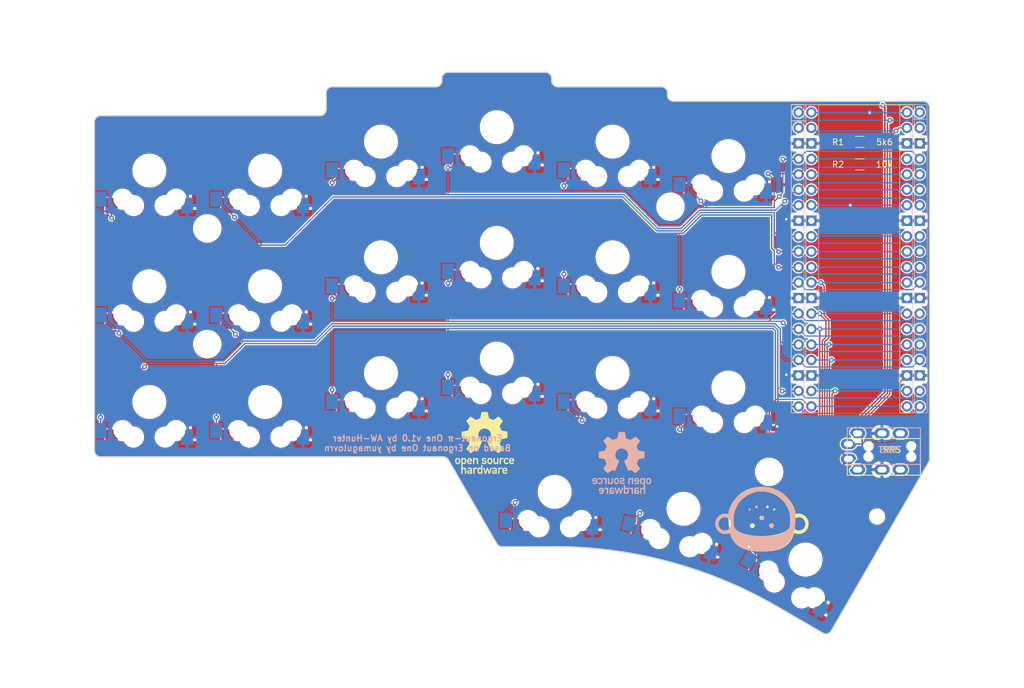
<source format=kicad_pcb>
(kicad_pcb (version 20240108) (generator "pcbnew") (generator_version "8.0")
  (layers (0 "F.Cu" signal) (31 "B.Cu" signal) (34 "B.Paste" user) (35 "F.Paste" user) (36 "B.SilkS" user "B.Silkscreen") (37 "F.SilkS" user "F.Silkscreen") (38 "B.Mask" user) (39 "F.Mask" user) (44 "Edge.Cuts" user))
  (net 0 "")
  (net 1 "RX")
  (net 2 "Net-(D1-A)")
  (net 3 "Net-(D2-A)")
  (net 4 "Net-(D3-A)")
  (net 5 "Net-(D4-A)")
  (net 6 "Net-(D5-A)")
  (net 7 "Net-(D6-A)")
  (net 8 "TX")
  (net 9 "Net-(D7-A)")
  (net 10 "Net-(D8-A)")
  (net 11 "Net-(D9-A)")
  (net 12 "Net-(D10-A)")
  (net 13 "Net-(D11-A)")
  (net 14 "Net-(D12-A)")
  (net 15 "VCC")
  (net 16 "Net-(D13-A)")
  (net 17 "Net-(D14-A)")
  (net 18 "Net-(D15-A)")
  (net 19 "Net-(D16-A)")
  (net 20 "Net-(D17-A)")
  (net 21 "Net-(D18-A)")
  (net 22 "Net-(D19-A)")
  (net 23 "Net-(D20-A)")
  (net 24 "GND")
  (net 25 "VBUS")
  (net 26 "VBUS_SENSE")
  (net 27 "Net-(D21-A)")
  (footprint "one:KS-27_KS-33_Hotswap_1U_DUAL" (layer "F.Cu") (at 192.153537 130.867912 -30)
    (property "Reference" "SW21")
    (property "Value" "SW_SPST" (hide yes))
  )
  (footprint "one:KS-27_KS-33_Hotswap_1U_DUAL" (layer "F.Cu") (at 122.5 81.24097)
    (property "Reference" "SW9")
    (property "Value" "SW_SPST" (hide yes))
  )
  (footprint "one:Hole_4.2mm" (layer "F.Cu") (at 94 95.49097)
    (property "Reference" "H2" (hide yes))
    (property "Value" "MountingHole" (hide yes))
  )
  (footprint "one:Hole_4.2mm" (layer "F.Cu") (at 94 76.49097)
    (property "Reference" "H1" (hide yes))
    (property "Value" "MountingHole" (hide yes))
  )
  (footprint "Resistor_SMD:R_1206_3216Metric_Pad1.30x1.75mm_HandSolder" (layer "F.Cu") (at 201.05 65.99097)
    (property "Reference" "R2")
    (property "Value" "10k")
  )
  (footprint "one:KS-27_KS-33_Hotswap_1U_DUAL" (layer "F.Cu") (at 172.135076 122.523186 -15)
    (property "Reference" "SW20")
    (property "Value" "SW_SPST" (hide yes))
  )
  (footprint "one:KS-27_KS-33_Hotswap_1U_DUAL" (layer "F.Cu") (at 103.5 66.99097)
    (property "Reference" "SW2")
    (property "Value" "SW_SPST" (hide yes))
  )
  (footprint "one:Hole_4.2mm" (layer "F.Cu") (at 186.182152 116.463137)
    (property "Reference" "H4" (hide yes))
    (property "Value" "MountingHole" (hide yes))
  )
  (footprint "one:KS-27_KS-33_Hotswap_1U_DUAL" (layer "F.Cu") (at 84.5 85.99097)
    (property "Reference" "SW7")
    (property "Value" "SW_SPST" (hide yes))
  )
  (footprint "one:KS-27_KS-33_Hotswap_1U_DUAL" (layer "F.Cu") (at 160.5 62.24097)
    (property "Reference" "SW5")
    (property "Value" "SW_SPST" (hide yes))
  )
  (footprint "one:KS-27_KS-33_Hotswap_1U_DUAL" (layer "F.Cu") (at 122.5 100.24097)
    (property "Reference" "SW15")
    (property "Value" "SW_SPST" (hide yes))
  )
  (footprint "Resistor_SMD:R_1206_3216Metric_Pad1.30x1.75mm_HandSolder" (layer "F.Cu") (at 201.05 62.28257 180)
    (property "Reference" "R1")
    (property "Value" "5k6")
  )
  (footprint "one:en_logo" (layer "F.Cu") (at 185 123.99097)
    (property "Reference" "G***" (hide yes))
    (property "Value" "LOGO" (hide yes))
  )
  (footprint "one:KS-27_KS-33_Hotswap_1U_DUAL" (layer "F.Cu") (at 179.5 83.61597)
    (property "Reference" "SW12")
    (property "Value" "SW_SPST" (hide yes))
  )
  (footprint "one:Hole_2.2mm" (layer "F.Cu") (at 203.89201 123.788716)
    (property "Reference" "H8" (hide yes))
    (property "Value" "StandoffHole" (hide yes))
  )
  (footprint "one:KS-27_KS-33_Hotswap_1U_DUAL" (layer "F.Cu") (at 179.5 64.61597)
    (property "Reference" "SW6")
    (property "Value" "SW_SPST" (hide yes))
  )
  (footprint "one:KS-27_KS-33_Hotswap_1U_DUAL" (layer "F.Cu") (at 160.5 100.24097)
    (property "Reference" "SW17")
    (property "Value" "SW_SPST" (hide yes))
  )
  (footprint "one:KS-27_KS-33_Hotswap_1U_DUAL" (layer "F.Cu") (at 160.5 81.24097)
    (property "Reference" "SW11")
    (property "Value" "SW_SPST" (hide yes))
  )
  (footprint "RPi_Pico:RPi_Pico_SMD_TH" (layer "F.Cu") (at 200.01 81.669446)
    (property "Reference" "U2" (hide yes))
    (property "Value" "Pico")
  )
  (footprint "one:KS-27_KS-33_Hotswap_1U_DUAL" (layer "F.Cu") (at 122.5 62.24097)
    (property "Reference" "SW3")
    (property "Value" "SW_SPST" (hide yes))
  )
  (footprint "one:KS-27_KS-33_Hotswap_1U_DUAL" (layer "F.Cu") (at 179.5 102.61597)
    (property "Reference" "SW18")
    (property "Value" "SW_SPST" (hide yes))
  )
  (footprint "one:KS-27_KS-33_Hotswap_1U_DUAL" (layer "F.Cu") (at 103.5 85.99097)
    (property "Reference" "SW8")
    (property "Value" "SW_SPST" (hide yes))
  )
  (footprint "one:KS-27_KS-33_Hotswap_1U_DUAL" (layer "F.Cu") (at 141.5 59.86597)
    (property "Reference" "SW4")
    (property "Value" "SW_SPST" (hide yes))
  )
  (footprint "one:KS-27_KS-33_Hotswap_1U_DUAL" (layer "F.Cu") (at 151 119.7407)
    (property "Reference" "SW19")
    (property "Value" "SW_SPST" (hide yes))
  )
  (footprint "one:KS-27_KS-33_Hotswap_1U_DUAL" (layer "F.Cu") (at 84.5 66.99097)
    (property "Reference" "SW1")
    (property "Value" "SW_SPST" (hide yes))
  )
  (footprint "one:KS-27_KS-33_Hotswap_1U_DUAL" (layer "F.Cu") (at 141.5 97.86597)
    (property "Reference" "SW16")
    (property "Value" "SW_SPST" (hide yes))
  )
  (footprint "one:KS-27_KS-33_Hotswap_1U_DUAL" (layer "F.Cu") (at 103.5 104.99097)
    (property "Reference" "SW14")
    (property "Value" "SW_SPST" (hide yes))
  )
  (footprint "one:Hole_4.2mm" (layer "F.Cu") (at 170 72.92847)
    (property "Reference" "H3" (hide yes))
    (property "Value" "MountingHole" (hide yes))
  )
  (footprint "one:OSHW-logo" (layer "F.Cu") (at 139.5 111.708013)
    (property "Reference" "G***" (hide yes))
    (property "Value" "LOGO" (hide yes))
  )
  (footprint "one:KS-27_KS-33_Hotswap_1U_DUAL" (layer "F.Cu") (at 84.5 104.99097)
    (property "Reference" "SW13")
    (property "Value" "SW_SPST" (hide yes))
  )
  (footprint "one:KS-27_KS-33_Hotswap_1U_DUAL" (layer "F.Cu") (at 141.5 78.86597)
    (property "Reference" "SW10")
    (property "Value" "SW_SPST" (hide yes))
  )
  (footprint "Cantor_MX:MJ-4PP-9_Cantor_MX_TX-RX_Crossover" (layer "F.Cu") (at 211 113.99097 -90)
    (property "Reference" "J1" (hide yes))
    (property "Value" "TRRS" (hide yes))
  )
  (footprint "one:OSHW-logo" (layer "B.Cu") (at 162 114.99097 180)
    (property "Reference" "G***" (hide yes))
    (property "Value" "LOGO" (hide yes))
  )
  (gr_arc (start 113.5 54.240978) (mid 113.79289 53.533866) (end 114.5 53.240978) (stroke (width 0.2)) (layer "Edge.Cuts"))
  (gr_arc (start 211.495745 55.61248) (mid 212.20286 55.905372) (end 212.495745 56.61248) (stroke (width 0.2)) (layer "Edge.Cuts"))
  (gr_arc (start 132.695564 113.990978) (mid 133.195576 114.12494) (end 133.56159 114.490978) (stroke (width 0.2)) (layer "Edge.Cuts"))
  (gr_line (start 132.695564 113.990978) (end 76.5 113.990978) (stroke (width 0.2)) (layer "Edge.Cuts"))
  (gr_arc (start 151 128.740708) (mid 169.805705 131.216526) (end 187.329832 138.475257) (stroke (width 0.2)) (layer "Edge.Cuts"))
  (gr_arc (start 132.5 51.865978) (mid 132.79289 51.158866) (end 133.5 50.865978) (stroke (width 0.2)) (layer "Edge.Cuts"))
  (gr_line (start 212.5 56.615978) (end 212.5 114.343349) (stroke (width 0.2)) (layer "Edge.Cuts"))
  (gr_line (start 151.5 53.240978) (end 168.5 53.240978) (stroke (width 0.2)) (layer "Edge.Cuts"))
  (gr_arc (start 196.361372 142.558429) (mid 195.754181 143.024391) (end 194.995346 142.924454) (stroke (width 0.2)) (layer "Edge.Cuts"))
  (gr_line (start 141.5 128.240708) (end 133.56159 114.490978) (stroke (width 0.2)) (layer "Edge.Cuts"))
  (gr_line (start 194.995346 142.924454) (end 187.329832 138.475257) (stroke (width 0.2)) (layer "Edge.Cuts"))
  (gr_line (start 114.5 53.240978) (end 131.5 53.240978) (stroke (width 0.2)) (layer "Edge.Cuts"))
  (gr_line (start 170.5 55.615978) (end 211.5 55.615978) (stroke (width 0.2)) (layer "Edge.Cuts"))
  (gr_arc (start 170.5 55.615978) (mid 169.79289 55.323085) (end 169.5 54.615978) (stroke (width 0.2)) (layer "Edge.Cuts"))
  (gr_arc (start 75.5 58.990978) (mid 75.79289 58.283866) (end 76.5 57.990978) (stroke (width 0.2)) (layer "Edge.Cuts"))
  (gr_line (start 169.5 54.240978) (end 169.5 54.615978) (stroke (width 0.2)) (layer "Edge.Cuts"))
  (gr_line (start 212.364227 114.85394) (end 196.361372 142.558429) (stroke (width 0.2)) (layer "Edge.Cuts"))
  (gr_line (start 132.5 52.240978) (end 132.5 51.865978) (stroke (width 0.2)) (layer "Edge.Cuts"))
  (gr_arc (start 151.5 53.240978) (mid 150.79289 52.948085) (end 150.5 52.240978) (stroke (width 0.2)) (layer "Edge.Cuts"))
  (gr_line (start 75.5 112.990978) (end 75.5 58.990978) (stroke (width 0.2)) (layer "Edge.Cuts"))
  (gr_arc (start 142.366025 128.740708) (mid 141.866012 128.606746) (end 141.5 128.240708) (stroke (width 0.2)) (layer "Edge.Cuts"))
  (gr_line (start 133.5 50.865978) (end 149.5 50.865978) (stroke (width 0.2)) (layer "Edge.Cuts"))
  (gr_arc (start 113.5 56.990978) (mid 113.207104 57.69808) (end 112.5 57.990978) (stroke (width 0.2)) (layer "Edge.Cuts"))
  (gr_arc (start 168.5 53.240978) (mid 169.207104 53.533872) (end 169.5 54.240978) (stroke (width 0.2)) (layer "Edge.Cuts"))
  (gr_arc (start 149.5 50.865978) (mid 150.207104 51.158872) (end 150.5 51.865978) (stroke (width 0.2)) (layer "Edge.Cuts"))
  (gr_arc (start 76.5 113.990978) (mid 75.792894 113.698085) (end 75.5 112.990978) (stroke (width 0.2)) (layer "Edge.Cuts"))
  (gr_line (start 76.5 57.990978) (end 112.5 57.990978) (stroke (width 0.2)) (layer "Edge.Cuts"))
  (gr_line (start 151 128.740708) (end 142.366025 128.740708) (stroke (width 0.2)) (layer "Edge.Cuts"))
  (gr_arc (start 132.5 52.240978) (mid 132.207104 52.94808) (end 131.5 53.240978) (stroke (width 0.2)) (layer "Edge.Cuts"))
  (gr_line (start 150.5 51.865978) (end 150.5 52.240978) (stroke (width 0.2)) (layer "Edge.Cuts"))
  (gr_line (start 113.5 56.990978) (end 113.5 54.240978) (stroke (width 0.2)) (layer "Edge.Cuts"))
  (gr_arc (start 212.499999 114.343349) (mid 212.467284 114.608123) (end 212.365835 114.85487) (stroke (width 0.2)) (layer "Edge.Cuts"))
  (gr_text "TRRS" (at 208.04 113.42097 0) (layer "B.SilkS") (effects (font (size 1 1)) (justify left bottom mirror)))
  (gr_text "Ergonaut-π One v1.0 by AW-Hunter\nBased on Ergonaut One by yumagulovrn" (at 128.5 111.74097 0) (layer "B.SilkS") (effects (font (size 1 1) (thickness 0.2) (bold yes)) (justify mirror)))
  (gr_text "TRRS" (at 204.04 113.42097 -0) (layer "F.SilkS") (effects (font (size 1 1)) (justify left bottom)))
  (segment (start 208.788421 82.85097) (end 208.79 82.852549) (width 0.2) (layer "B.Cu") (net 0))
  (segment (start 193.11 77.77097) (end 208.788421 77.77097) (width 0.2) (layer "B.Cu") (net 0))
  (segment (start 193.11 70.15097) (end 208.788421 70.15097) (width 0.2) (layer "B.Cu") (net 0))
  (segment (start 208.788421 65.07097) (end 208.79 65.072549) (width 0.2) (layer "B.Cu") (net 0))
  (segment (start 193.11 67.61097) (end 208.788421 67.61097) (width 0.2) (layer "B.Cu") (net 0))
  (segment (start 193.11 82.85097) (end 208.788421 82.85097) (width 0.2) (layer "B.Cu") (net 0))
  (segment (start 193.11 80.31097) (end 208.788421 80.31097) (width 0.2) (layer "B.Cu") (net 0))
  (segment (start 193.11 65.07097) (end 208.788421 65.07097) (width 0.2) (layer "B.Cu") (net 0))
  (segment (start 208.788421 80.31097) (end 208.79 80.312549) (width 0.2) (layer "B.Cu") (net 0))
  (segment (start 200.134314 108.99097) (end 199.823654 108.99097) (width 0.2) (layer "F.Cu") (net 1))
  (segment (start 199.823654 108.99097) (end 199.15 109.664624) (width 0.2) (layer "F.Cu") (net 1))
  (segment (start 191.209022 59.41097) (end 191 59.41097) (width 0.25) (layer "F.Cu") (net 1))
  (segment (start 205.6 59.132143) (end 205.6 103.525284) (width 0.2) (layer "F.Cu") (net 1))
  (segment (start 206 58.732143) (end 205.6 59.132143) (width 0.2) (layer "F.Cu") (net 1))
  (segment (start 199.15 111.84097) (end 199.2 111.89097) (width 0.2) (layer "F.Cu") (net 1))
  (segment (start 199.15 109.664624) (end 199.15 111.84097) (width 0.2) (layer "F.Cu") (net 1))
  (segment (start 205.6 103.525284) (end 200.134314 108.99097) (width 0.2) (layer "F.Cu") (net 1))
  (via (at 206 58.732143) (size 0.8) (drill 0.4) (layers "F.Cu" "B.Cu") (net 1))
  (segment (start 202.953858 111.31597) (end 206.525 111.31597) (width 0.25) (layer "B.Cu") (net 1))
  (segment (start 206.525 111.31597) (end 207.7 110.14097) (width 0.25) (layer "B.Cu") (net 1))
  (segment (start 201.471142 111.89097) (end 202.096142 111.26597) (width 0.25) (layer "B.Cu") (net 1))
  (segment (start 202.903858 111.26597) (end 202.953858 111.31597) (width 0.25) (layer "B.Cu") (net 1))
  (segment (start 209.631173 58.732143) (end 210.89 59.99097) (width 0.2) (layer "B.Cu") (net 1))
  (segment (start 202.096142 111.26597) (end 202.903858 111.26597) (width 0.25) (layer "B.Cu") (net 1))
  (segment (start 192.270406 58.732143) (end 209.631173 58.732143) (width 0.2) (layer "B.Cu") (net 1))
  (segment (start 191.01 59.992549) (end 192.270406 58.732143) (width 0.2) (layer "B.Cu") (net 1))
  (segment (start 199.2 111.89097) (end 201.471142 111.89097) (width 0.25) (layer "B.Cu") (net 1))
  (segment (start 171.915685 76.89097) (end 174.915685 73.89097) (width 0.2) (layer "F.Cu") (net 2))
  (segment (start 114.675 71.31597) (end 162.158274 71.31597) (width 0.2) (layer "F.Cu") (net 2))
  (segment (start 78.3 74.79097) (end 82.75 79.24097) (width 0.2) (layer "F.Cu") (net 2))
  (segment (start 187 77.062193) (end 187.749998 77.812191) (width 0.2) (layer "F.Cu") (net 2))
  (segment (start 167.733274 76.89097) (end 171.915685 76.89097) (width 0.2) (layer "F.Cu") (net 2))
  (segment (start 190.970358 77.812191) (end 191.01 77.772549) (width 0.2) (layer "F.Cu") (net 2))
  (segment (start 174.915685 73.89097) (end 187 73.89097) (width 0.2) (layer "F.Cu") (net 2))
  (segment (start 106.75 79.24097) (end 114.675 71.31597) (width 0.2) (layer "F.Cu") (net 2))
  (segment (start 82.75 79.24097) (end 106.75 79.24097) (width 0.2) (layer "F.Cu") (net 2))
  (segment (start 187 73.89097) (end 187 77.062193) (width 0.2) (layer "F.Cu") (net 2))
  (segment (start 78.3 74.79097) (end 78.3 72.74097) (width 0.2) (layer "F.Cu") (net 2))
  (segment (start 162.158274 71.31597) (end 167.733274 76.89097) (width 0.2) (layer "F.Cu") (net 2))
  (segment (start 187.749998 77.812191) (end 190.970358 77.812191) (width 0.2) (layer "F.Cu") (net 2))
  (via (at 78.3 74.79097) (size 0.8) (drill 0.4) (layers "F.Cu" "B.Cu") (net 2))
  (segment (start 192.16 78.922549) (end 191.01 77.772549) (width 0.2) (layer "B.Cu") (net 2))
  (segment (start 210.89 77.77097) (end 209.738421 78.922549) (width 0.2) (layer "B.Cu") (net 2))
  (segment (start 209.738421 78.922549) (end 192.16 78.922549) (width 0.2) (layer "B.Cu") (net 2))
  (segment (start 76.5 72.99097) (end 76.5 71.69097) (width 0.2) (layer "B.Cu") (net 2))
  (segment (start 78.3 74.79097) (end 76.5 72.99097) (width 0.2) (layer "B.Cu") (net 2))
  (segment (start 98.482746 74.646247) (end 98.455907 74.646247) (width 0.2) (layer "F.Cu") (net 3))
  (segment (start 97.8198 74.01014) (end 97.8198 73.26077) (width 0.2) (layer "F.Cu") (net 3))
  (segment (start 191.00347 80.319079) (end 191.01 80.312549) (width 0.2) (layer "F.Cu") (net 3))
  (segment (start 98.455907 74.646247) (end 97.8198 74.01014) (width 0.2) (layer "F.Cu") (net 3))
  (segment (start 97.8198 73.26077) (end 97.3 72.74097) (width 0.2) (layer "F.Cu") (net 3))
  (segment (start 187.749998 80.319079) (end 191.00347 80.319079) (width 0.2) (layer "F.Cu") (net 3))
  (via (at 187.749998 80.319079) (size 0.8) (drill 0.4) (layers "F.Cu" "B.Cu") (net 3))
  (via (at 98.482746 74.646247) (size 0.8) (drill 0.4) (layers "F.Cu" "B.Cu") (net 3))
  (segment (start 191.01 80.312549) (end 192.16 81.462549) (width 0.2) (layer "B.Cu") (net 3))
  (segment (start 167.732758 76.89097) (end 162.157856 71.316068) (width 0.2) (layer "B.Cu") (net 3))
  (segment (start 98.482746 74.673716) (end 98.482746 74.646247) (width 0.2) (layer "B.Cu") (net 3))
  (segment (start 187.749998 80.319079) (end 187 79.569081) (width 0.2) (layer "B.Cu") (net 3))
  (segment (start 174.915686 73.89097) (end 171.915685 76.89097) (width 0.2) (layer "B.Cu") (net 3))
  (segment (start 192.16 81.462549) (end 209.738421 81.462549) (width 0.2) (layer "B.Cu") (net 3))
  (segment (start 103.05 79.24097) (end 98.482746 74.673716) (width 0.2) (layer "B.Cu") (net 3))
  (segment (start 209.738421 81.462549) (end 210.89 80.31097) (width 0.2) (layer "B.Cu") (net 3))
  (segment (start 106.75 79.24097) (end 103.05 79.24097) (width 0.2) (layer "B.Cu") (net 3))
  (segment (start 98.455277 74.646247) (end 95.5 71.69097) (width 0.2) (layer "B.Cu") (net 3))
  (segment (start 98.482746 74.646247) (end 98.455277 74.646247) (width 0.2) (layer "B.Cu") (net 3))
  (segment (start 114.674902 71.316068) (end 106.75 79.24097) (width 0.2) (layer "B.Cu") (net 3))
  (segment (start 187 73.89097) (end 174.915686 73.89097) (width 0.2) (layer "B.Cu") (net 3))
  (segment (start 162.157856 71.316068) (end 114.674902 71.316068) (width 0.2) (layer "B.Cu") (net 3))
  (segment (start 187 79.569081) (end 187 73.89097) (width 0.2) (layer "B.Cu") (net 3))
  (segment (start 171.915685 76.89097) (end 167.732758 76.89097) (width 0.2) (layer "B.Cu") (net 3))
  (segment (start 175.846441 73.478096) (end 175.859315 73.49097) (width 0.2) (layer "F.Cu") (net 4))
  (segment (start 162.323959 70.91597) (end 167.89896 76.49097) (width 0.2) (layer "F.Cu") (net 4))
  (segment (start 171.75 76.49097) (end 174.762874 73.478096) (width 0.2) (layer "F.Cu") (net 4))
  (segment (start 188.460048 72.73097) (end 190.971579 72.73097) (width 0.2) (layer "F.Cu") (net 4))
  (segment (start 187.289128 73.49097) (end 188.087549 72.692549) (width 0.2) (layer "F.Cu") (net 4))
  (segment (start 114.5 68.99097) (end 114.5 70.49097) (width 0.2) (layer "F.Cu") (net 4))
  (segment (start 188.087549 72.692549) (end 188.421627 72.692549) (width 0.2) (layer "F.Cu") (net 4))
  (segment (start 116.3 67.99097) (end 115.5 67.99097) (width 0.2) (layer "F.Cu") (net 4))
  (segment (start 174.762874 73.478096) (end 175.846441 73.478096) (width 0.2) (layer "F.Cu") (net 4))
  (segment (start 190.971579 72.73097) (end 191.01 72.692549) (width 0.2) (layer "F.Cu") (net 4))
  (segment (start 115.5 67.99097) (end 114.5 68.99097) (width 0.2) (layer "F.Cu") (net 4))
  (segment (start 167.89896 76.49097) (end 171.75 76.49097) (width 0.2) (layer "F.Cu") (net 4))
  (segment (start 114.925 70.91597) (end 162.323959 70.91597) (width 0.2) (layer "F.Cu") (net 4))
  (segment (start 175.859315 73.49097) (end 187.289128 73.49097) (width 0.2) (layer "F.Cu") (net 4))
  (segment (start 188.421627 72.692549) (end 188.460048 72.73097) (width 0.2) (layer "F.Cu") (net 4))
  (segment (start 114.5 70.49097) (end 114.925 70.91597) (width 0.2) (layer "F.Cu") (net 4))
  (via (at 114.5 68.99097) (size 0.8) (drill 0.4) (layers "F.Cu" "B.Cu") (net 4))
  (segment (start 114.5 68.99097) (end 114.5 66.94097) (width 0.2) (layer "B.Cu") (net 4))
  (segment (start 191.01 72.692549) (end 192.161579 71.54097) (width 0.2) (layer "B.Cu") (net 4))
  (segment (start 209.74 71.54097) (end 210.89 72.69097) (width 0.2) (layer "B.Cu") (net 4))
  (segment (start 192.161579 71.54097) (end 209.74 71.54097) (width 0.2) (layer "B.Cu") (net 4))
  (segment (start 133.5 66.49097) (end 134.425 66.49097) (width 0.2) (layer "F.Cu") (net 5))
  (segment (start 134.425 66.49097) (end 135.3 65.61597) (width 0.2) (layer "F.Cu") (net 5))
  (segment (start 188.749998 72.03097) (end 190.628419 70.152549) (width 0.2) (layer "F.Cu") (net 5))
  (segment (start 190.628419 70.152549) (end 191.01 70.152549) (width 0.2) (layer "F.Cu") (net 5))
  (via (at 188.749998 72.03097) (size 0.8) (drill 0.4) (layers "F.Cu" "B.Cu") (net 5))
  (via (at 133.5 66.49097) (size 0.8) (drill 0.4) (layers "F.Cu" "B.Cu") (net 5))
  (segment (start 162.323542 70.916068) (end 133.5 70.916068) (width 0.2) (layer "B.Cu") (net 5))
  (segment (start 192.161579 69.00097) (end 209.74 69.00097) (width 0.2) (layer "B.Cu") (net 5))
  (segment (start 174.75 73.49097) (end 171.75 76.49097) (width 0.2) (layer "B.Cu") (net 5))
  (segment (start 188.749998 72.03097) (end 187.291479 73.489489) (width 0.2) (layer "B.Cu") (net 5))
  (segment (start 187.291479 73.489489) (end 187.289998 73.49097) (width 0.2) (layer "B.Cu") (net 5))
  (segment (start 167.898444 76.49097) (end 162.323542 70.916068) (width 0.2) (layer "B.Cu") (net 5))
  (segment (start 133.5 70.916068) (end 133.5 66.49097) (width 0.2) (layer "B.Cu") (net 5))
  (segment (start 209.74 69.00097) (end 210.89 70.15097) (width 0.2) (layer "B.Cu") (net 5))
  (segment (start 187.289998 73.49097) (end 174.75 73.49097) (width 0.2) (layer "B.Cu") (net 5))
  (segment (start 133.5 66.49097) (end 133.5 64.56597) (width 0.2) (layer "B.Cu") (net 5))
  (segment (start 191.01 70.152549) (end 192.161579 69.00097) (width 0.2) (layer "B.Cu") (net 5))
  (segment (start 171.75 76.49097) (end 167.898444 76.49097) (width 0.2) (layer "B.Cu") (net 5))
  (segment (start 154 67.99097) (end 154.3 67.99097) (width 0.2) (layer "F.Cu") (net 6))
  (segment (start 186 67.49097) (end 190.888421 67.49097) (width 0.2) (layer "F.Cu") (net 6))
  (segment (start 190.888421 67.49097) (end 191.01 67.612549) (width 0.2) (layer "F.Cu") (net 6))
  (segment (start 152.5 69.49097) (end 154 67.99097) (width 0.2) (layer "F.Cu") (net 6))
  (via (at 152.5 69.49097) (size 0.8) (drill 0.4) (layers "F.Cu" "B.Cu") (net 6))
  (via (at 186 67.49097) (size 0.8) (drill 0.4) (layers "F.Cu" "B.Cu") (net 6))
  (segment (start 162.489644 70.51597) (end 152.5 70.51597) (width 0.2) (layer "B.Cu") (net 6))
  (segment (start 171.584314 76.09097) (end 168.064646 76.09097) (width 0.2) (layer "B.Cu") (net 6))
  (segment (start 187 73.09097) (end 174.584315 73.09097) (width 0.2) (layer "B.Cu") (net 6))
  (segment (start 174.584315 73.09097) (end 171.584314 76.09097) (width 0.2) (layer "B.Cu") (net 6))
  (segment (start 191.01 67.612549) (end 192.161579 66.46097) (width 0.2) (layer "B.Cu") (net 6))
  (segment (start 186 67.49097) (end 187 68.49097) (width 0.2) (layer "B.Cu") (net 6))
  (segment (start 152.5 70.51597) (end 152.5 69.49097) (width 0.2) (layer "B.Cu") (net 6))
  (segment (start 187 68.49097) (end 187 73.09097) (width 0.2) (layer "B.Cu") (net 6))
  (segment (start 152.5 69.49097) (end 152.5 66.94097) (width 0.2) (layer "B.Cu") (net 6))
  (segment (start 192.161579 66.46097) (end 209.74 66.46097) (width 0.2) (layer "B.Cu") (net 6))
  (segment (start 168.064646 76.09097) (end 162.489644 70.51597) (width 0.2) (layer "B.Cu") (net 6))
  (segment (start 209.74 66.46097) (end 210.89 67.61097) (width 0.2) (layer "B.Cu") (net 6))
  (segment (start 176.1 73.09097) (end 175 71.99097) (width 0.2) (layer "F.Cu") (net 7))
  (segment (start 187 73.09097) (end 176.1 73.09097) (width 0.2) (layer "F.Cu") (net 7))
  (segment (start 173.375 70.36597) (end 173.3 70.36597) (width 0.2) (layer "F.Cu") (net 7))
  (segment (start 187.844921 71.243495) (end 187 72.088416) (width 0.2) (layer "F.Cu") (net 7))
  (segment (start 188.62 65.11097) (end 188.609644 65.11097) (width 0.2) (layer "F.Cu") (net 7))
  (segment (start 175 71.99097) (end 173.375 70.36597) (width 0.2) (layer "F.Cu") (net 7))
  (segment (start 187 72.088416) (end 187 73.09097) (width 0.2) (layer "F.Cu") (net 7))
  (segment (start 188.609644 65.11097) (end 188.446323 65.121326) (width 0.2) (layer "F.Cu") (net 7))
  (segment (start 188.446323 65.121326) (end 190.961223 65.121326) (width 0.2) (layer "F.Cu") (net 7))
  (segment (start 190.961223 65.121326) (end 191.01 65.072549) (width 0.2) (layer "F.Cu") (net 7))
  (via (at 187.844921 71.243495) (size 0.8) (drill 0.4) (layers "F.Cu" "B.Cu") (net 7))
  (via (at 188.446323 65.121326) (size 0.8) (drill 0.4) (layers "F.Cu" "B.Cu") (net 7))
  (via (at 175 71.99097) (size 0.8) (drill 0.4) (layers "F.Cu" "B.Cu") (net 7))
  (segment (start 171.5 68.514751) (end 171.5 69.31597) (width 0.2) (layer "B.Cu") (net 7))
  (segment (start 187.844921 71.243495) (end 188 70.99097) (width 0.2) (layer "B.Cu") (net 7))
  (segment (start 175 71.99097) (end 172.325 69.31597) (width 0.2) (layer "B.Cu") (net 7))
  (segment (start 209.651329 63.832299) (end 210.89 65.07097) (width 0.2) (layer "B.Cu") (net 7))
  (segment (start 172.325 69.31597) (end 171.5 69.31597) (width 0.2) (layer "B.Cu") (net 7))
  (segment (start 188.446323 65.121326) (end 188.446323 70.544647) (width 0.2) (layer "B.Cu") (net 7))
  (segment (start 192.25025 63.832299) (end 209.651329 63.832299) (width 0.2) (layer "B.Cu") (net 7))
  (segment (start 191.01 65.072549) (end 192.25025 63.832299) (width 0.2) (layer "B.Cu") (net 7))
  (segment (start 188.446323 70.544647) (end 187.844921 71.243495) (width 0.2) (layer "B.Cu") (net 7))
  (segment (start 197.625 112.76597) (end 199.2 114.34097) (width 0.25) (layer "F.Cu") (net 8))
  (segment (start 198.436865 117.517835) (end 198.49 117.57097) (width 0.25) (layer "F.Cu") (net 8))
  (segment (start 204.81 56.30097) (end 205.175 56.66597) (width 0.25) (layer "F.Cu") (net 8))
  (segment (start 199.2 114.34097) (end 198.436865 115.104105) (width 0.25) (layer "F.Cu") (net 8))
  (segment (start 198.49 117.57097) (end 206.22 117.57097) (width 0.25) (layer "F.Cu") (net 8))
  (segment (start 206.22 117.57097) (end 207.7 116.09097) (width 0.25) (layer "F.Cu") (net 8))
  (segment (start 205.175 56.66597) (end 205.175 103.349244) (width 0.25) (layer "F.Cu") (net 8))
  (segment (start 197.625 110.588584) (end 197.625 112.76597) (width 0.25) (layer "F.Cu") (net 8))
  (segment (start 199.958274 108.56597) (end 199.647614 108.56597) (width 0.25) (layer "F.Cu") (net 8))
  (segment (start 198.436865 115.104105) (end 198.436865 117.517835) (width 0.25) (layer "F.Cu") (net 8))
  (segment (start 199.647614 108.56597) (end 197.625 110.588584) (width 0.25) (layer "F.Cu") (net 8))
  (segment (start 205.175 103.349244) (end 199.958274 108.56597) (width 0.25) (layer "F.Cu") (net 8))
  (via (at 204.81 56.30097) (size 0.8) (drill 0.4) (layers "F.Cu" "B.Cu") (net 8))
  (segment (start 209.741579 56.302549) (end 210.89 57.45097) (width 0.2) (layer "B.Cu") (net 8))
  (segment (start 206.188421 56.302549) (end 209.741579 56.302549) (width 0.2) (layer "B.Cu") (net 8))
  (segment (start 192.161579 56.30097) (end 191.01 57.452549) (width 0.2) (layer "B.Cu") (net 8))
  (segment (start 204.81 56.30097) (end 192.161579 56.30097) (width 0.2) (layer "B.Cu") (net 8))
  (segment (start 206.186842 56.30097) (end 206.188421 56.302549) (width 0.2) (layer "B.Cu") (net 8))
  (segment (start 204.81 56.30097) (end 206.186842 56.30097) (width 0.2) (layer "B.Cu") (net 8))
  (segment (start 79.5 93.69097) (end 79.5 92.94097) (width 0.2) (layer "F.Cu") (net 9))
  (segment (start 79.5 92.94097) (end 78.3 91.74097) (width 0.2) (layer "F.Cu") (net 9))
  (via (at 79.5 93.69097) (size 0.8) (drill 0.4) (layers "F.Cu" "B.Cu") (net 9))
  (segment (start 188.02 93.016655) (end 188.02 97.214128) (width 0.2) (layer "B.Cu") (net 9))
  (segment (start 191.01 98.092549) (end 192.16 99.242549) (width 0.2) (layer "B.Cu") (net 9))
  (segment (start 188.898421 98.092549) (end 191.01 98.092549) (width 0.2) (layer "B.Cu") (net 9))
  (segment (start 114.468882 92.14097) (end 187.144315 92.14097) (width 0.2) (layer "B.Cu") (net 9))
  (segment (start 209.738421 99.242549) (end 210.89 98.09097) (width 0.2) (layer "B.Cu") (net 9))
  (segment (start 79.5 93.69097) (end 84.05 98.24097) (width 0.2) (layer "B.Cu") (net 9))
  (segment (start 96.75 98.24097) (end 100 94.99097) (width 0.2) (layer "B.Cu") (net 9))
  (segment (start 111.618882 94.99097) (end 114.468882 92.14097) (width 0.2) (layer "B.Cu") (net 9))
  (segment (start 100 94.99097) (end 111.618882 94.99097) (width 0.2) (layer "B.Cu") (net 9))
  (segment (start 79.5 93.69097) (end 76.5 90.69097) (width 0.2) (layer "B.Cu") (net 9))
  (segment (start 84.05 98.24097) (end 96.75 98.24097) (width 0.2) (layer "B.Cu") (net 9))
  (segment (start 187.144315 92.14097) (end 188.02 93.016655) (width 0.2) (layer "B.Cu") (net 9))
  (segment (start 192.16 99.242549) (end 209.738421 99.242549) (width 0.2) (layer "B.Cu") (net 9))
  (segment (start 188.02 97.214128) (end 188.898421 98.092549) (width 0.2) (layer "B.Cu") (net 9))
  (segment (start 188.019404 93.010374) (end 188.019404 94.971566) (width 0.2) (layer "F.Cu") (net 10))
  (segment (start 114.468366 92.14097) (end 187.15 92.14097) (width 0.2) (layer "F.Cu") (net 10))
  (segment (start 188.600387 95.552549) (end 191.01 95.552549) (width 0.2) (layer "F.Cu") (net 10))
  (segment (start 111.618366 94.99097) (end 114.468366 92.14097) (width 0.2) (layer "F.Cu") (net 10))
  (segment (start 188.019404 94.971566) (end 188.600387 95.552549) (width 0.2) (layer "F.Cu") (net 10))
  (segment (start 99.75 94.99097) (end 111.618366 94.99097) (width 0.2) (layer "F.Cu") (net 10))
  (segment (start 187.15 92.14097) (end 188.019404 93.010374) (width 0.2) (layer "F.Cu") (net 10))
  (segment (start 98.625 93.86597) (end 98.625 93.813021) (width 0.2) (layer "F.Cu") (net 10))
  (segment (start 97.3 92.488021) (end 97.3 91.74097) (width 0.2) (layer "F.Cu") (net 10))
  (segment (start 98.625 93.86597) (end 99.75 94.99097) (width 0.2) (layer "F.Cu") (net 10))
  (segment (start 98.625 93.813021) (end 97.3 92.488021) (width 0.2) (layer "F.Cu") (net 10))
  (via (at 98.625 93.86597) (size 0.8) (drill 0.4) (layers "F.Cu" "B.Cu") (net 10))
  (segment (start 98.625 93.86597) (end 98.625 93.81597) (width 0.2) (layer "B.Cu") (net 10))
  (segment (start 191.01 95.552549) (end 192.16 96.702549) (width 0.2) (layer "B.Cu") (net 10))
  (segment (start 192.16 96.702549) (end 209.738421 96.702549) (width 0.2) (layer "B.Cu") (net 10))
  (segment (start 209.738421 96.702549) (end 210.89 95.55097) (width 0.2) (layer "B.Cu") (net 10))
  (segment (start 98.625 93.81597) (end 95.5 90.69097) (width 0.2) (layer "B.Cu") (net 10))
  (segment (start 188.5 91.99097) (end 189.521579 93.012549) (width 0.2) (layer "F.Cu") (net 11))
  (segment (start 189.521579 93.012549) (end 191.01 93.012549) (width 0.2) (layer "F.Cu") (net 11))
  (segment (start 116.3 86.99097) (end 115.3 87.99097) (width 0.2) (layer "F.Cu") (net 11))
  (segment (start 115.3 87.99097) (end 114.5 87.99097) (width 0.2) (layer "F.Cu") (net 11))
  (via (at 114.5 87.99097) (size 0.8) (drill 0.4) (layers "F.Cu" "B.Cu") (net 11))
  (via (at 188.5 91.99097) (size 0.8) (drill 0.4) (layers "F.Cu" "B.Cu") (net 11))
  (segment (start 188.25 91.74097) (end 114.5 91.74097) (width 0.2) (layer "B.Cu") (net 11))
  (segment (start 192.16 94.162549) (end 209.738421 94.162549) (width 0.2) (layer "B.Cu") (net 11))
  (segment (start 191.01 93.012549) (end 192.16 94.162549) (width 0.2) (layer "B.Cu") (net 11))
  (segment (start 188.5 91.99097) (end 188.25 91.74097) (width 0.2) (layer "B.Cu") (net 11))
  (segment (start 209.738421 94.162549) (end 210.89 93.01097) (width 0.2) (layer "B.Cu") (net 11))
  (segment (start 114.5 87.99097) (end 114.5 85.94097) (width 0.2) (layer "B.Cu") (net 11))
  (segment (start 114.5 91.74097) (end 114.5 87.99097) (width 0.2) (layer "B.Cu") (net 11))
  (segment (start 187.38 90.51097) (end 190.971579 90.51097) (width 0.2) (layer "F.Cu") (net 12))
  (segment (start 133.5 91.74097) (end 186.15 91.74097) (width 0.2) (layer "F.Cu") (net 12))
  (segment (start 133.5 85.49097) (end 133.5 91.74097) (width 0.2) (layer "F.Cu") (net 12))
  (segment (start 186.15 91.74097) (end 187.38 90.51097) (width 0.2) (layer "F.Cu") (net 12))
  (segment (start 135.3 84.61597) (end 134.375 84.61597) (width 0.2) (layer "F.Cu") (net 12))
  (segment (start 134.375 84.61597) (end 133.5 85.49097) (width 0.2) (layer "F.Cu") (net 12))
  (segment (start 190.971579 90.51097) (end 191.01 90.472549) (width 0.2) (layer "F.Cu") (net 12))
  (via (at 133.5 85.49097) (size 0.8) (drill 0.4) (layers "F.Cu" "B.Cu") (net 12))
  (segment (start 133.5 85.49097) (end 133.5 83.56597) (width 0.2) (layer "B.Cu") (net 12))
  (segment (start 191.01 90.472549) (end 192.16 91.622549) (width 0.2) (layer "B.Cu") (net 12))
  (segment (start 192.16 91.622549) (end 209.738421 91.622549) (width 0.2) (layer "B.Cu") (net 12))
  (segment (start 209.738421 91.622549) (end 210.89 90.47097) (width 0.2) (layer "B.Cu") (net 12))
  (segment (start 187 84.680972) (end 187.749998 85.43097) (width 0.2) (layer "F.Cu") (net 13))
  (segment (start 190.971579 85.43097) (end 191.01 85.392549) (width 0.2) (layer "F.Cu") (net 13))
  (segment (start 152.5 83.99097) (end 152.5 85.19097) (width 0.2) (layer "F.Cu") (net 13))
  (segment (start 152.5 85.19097) (end 154.3 86.99097) (width 0.2) (layer "F.Cu") (net 13))
  (segment (start 186.600063 79.734383) (end 187 80.13432) (width 0.2) (layer "F.Cu") (net 13))
  (segment (start 175.081371 74.29097) (end 186.600063 74.29097) (width 0.2) (layer "F.Cu") (net 13))
  (segment (start 187.749998 85.43097) (end 190.971579 85.43097) (width 0.2) (layer "F.Cu") (net 13))
  (segment (start 172.08137 77.29097) (end 175.081371 74.29097) (width 0.2) (layer "F.Cu") (net 13))
  (segment (start 187 80.13432) (end 187 84.680972) (width 0.2) (layer "F.Cu") (net 13))
  (segment (start 163.767588 73.49097) (end 167.567588 77.29097) (width 0.2) (layer "F.Cu") (net 13))
  (segment (start 152.5 83.99097) (end 152.5 82.49097) (width 0.2) (layer "F.Cu") (net 13))
  (segment (start 161.5 73.49097) (end 163.767588 73.49097) (width 0.2) (layer "F.Cu") (net 13))
  (segment (start 167.567588 77.29097) (end 172.08137 77.29097) (width 0.2) (layer "F.Cu") (net 13))
  (segment (start 186.600063 74.29097) (end 186.600063 79.734383) (width 0.2) (layer "F.Cu") (net 13))
  (segment (start 152.5 82.49097) (end 161.5 73.49097) (width 0.2) (layer "F.Cu") (net 13))
  (via (at 152.5 83.99097) (size 0.8) (drill 0.4) (layers "F.Cu" "B.Cu") (net 13))
  (segment (start 152.5 83.99097) (end 152.5 85.94097) (width 0.2) (layer "B.Cu") (net 13))
  (segment (start 192.16 86.542549) (end 209.738421 86.542549) (width 0.2) (layer "B.Cu") (net 13))
  (segment (start 209.738421 86.542549) (end 210.89 85.39097) (width 0.2) (layer "B.Cu") (net 13))
  (segment (start 191.01 85.392549) (end 192.16 86.542549) (width 0.2) (layer "B.Cu") (net 13))
  (segment (start 187.749998 82.89097) (end 190.971579 82.89097) (width 0.2) (layer "F.Cu") (net 14))
  (segment (start 171.5 86.49097) (end 171.5 87.56597) (width 0.2) (layer "F.Cu") (net 14))
  (segment (start 190.971579 82.89097) (end 191.01 82.852549) (width 0.2) (layer "F.Cu") (net 14))
  (segment (start 171.5 87.56597) (end 173.3 89.36597) (width 0.2) (layer "F.Cu") (net 14))
  (via (at 171.5 86.49097) (size 0.8) (drill 0.4) (layers "F.Cu" "B.Cu") (net 14))
  (via (at 187.749998 82.89097) (size 0.8) (drill 0.4) (layers "F.Cu" "B.Cu") (net 14))
  (segment (start 186.6 79.734766) (end 186.6 74.29097) (width 0.2) (layer "B.Cu") (net 14))
  (segment (start 209.738421 84.002549) (end 210.89 82.85097) (width 0.2) (layer "B.Cu") (net 14))
  (segment (start 171.5 86.49097) (end 171.5 88.31597) (width 0.2) (layer "B.Cu") (net 14))
  (segment (start 175.081372 74.29097) (end 172.08137 77.29097) (width 0.2) (layer "B.Cu") (net 14))
  (segment (start 192.16 84.002549) (end 209.738421 84.002549) (width 0.2) (layer "B.Cu") (net 14))
  (segment (start 186.6 74.29097) (end 175.081372 74.29097) (width 0.2) (layer "B.Cu") (net 14))
  (segment (start 171.5 77.29097) (end 171.5 86.49097) (width 0.2) (layer "B.Cu") (net 14))
  (segment (start 191.01 82.852549) (end 192.16 84.002549) (width 0.2) (layer "B.Cu") (net 14))
  (segment (start 187 82.140972) (end 187 80.134767) (width 0.2) (layer "B.Cu") (net 14))
  (segment (start 187.749998 82.89097) (end 187 82.140972) (width 0.2) (layer "B.Cu") (net 14))
  (segment (start 187 80.134767) (end 186.6 79.734766) (width 0.2) (layer "B.Cu") (net 14))
  (segment (start 172.08137 77.29097) (end 171.5 77.29097) (width 0.2) (layer "B.Cu") (net 14))
  (segment (start 200.7 110.14097) (end 201.463135 110.904105) (width 0.25) (layer "F.Cu") (net 15))
  (segment (start 201.463135 115.327835) (end 200.7 116.09097) (width 0.25) (layer "F.Cu") (net 15))
  (segment (start 207.498421 59.992549) (end 208.821579 59.992549) (width 0.2) (layer "F.Cu") (net 15))
  (segment (start 207 60.49097) (end 206 61.49097) (width 0.2) (layer "F.Cu") (net 15))
  (segment (start 207 60.49097) (end 207.498421 59.992549) (width 0.2) (layer "F.Cu") (net 15))
  (segment (start 200.7 108.99097) (end 200.7 110.14097) (width 0.2) (layer "F.Cu") (net 15))
  (segment (start 206 61.49097) (end 206 103.69097) (width 0.2) (layer "F.Cu") (net 15))
  (segment (start 192.54 59.49097) (end 193.5 59.49097) (width 0.2) (layer "F.Cu") (net 15))
  (segment (start 201.463135 110.904105) (end 201.463135 115.327835) (width 0.25) (layer "F.Cu") (net 15))
  (segment (start 206 103.69097) (end 200.7 108.99097) (width 0.2) (layer "F.Cu") (net 15))
  (via (at 207 60.49097) (size 0.8) (drill 0.4) (layers "F.Cu" "B.Cu") (net 15))
  (segment (start 193.5 60.49097) (end 192.5 60.49097) (width 0.2) (layer "B.Cu") (net 15))
  (segment (start 207 60.49097) (end 193.5 60.49097) (width 0.2) (layer "B.Cu") (net 15))
  (segment (start 76.5 107.49097) (end 76.5 108.94097) (width 0.2) (layer "F.Cu") (net 16))
  (segment (start 76.5 106.39097) (end 83.7 99.19097) (width 0.2) (layer "F.Cu") (net 16))
  (segment (start 76.5 108.94097) (end 78.3 110.74097) (width 0.2) (layer "F.Cu") (net 16))
  (segment (start 76.5 107.49097) (end 76.5 106.39097) (width 0.2) (layer "F.Cu") (net 16))
  (segment (start 190.971579 103.21097) (end 188.322079 103.21097) (width 0.2) (layer "F.Cu") (net 16))
  (segment (start 191.01 103.172549) (end 190.971579 103.21097) (width 0.2) (layer "F.Cu") (net 16))
  (via (at 188.319404 103.213645) (size 0.8) (drill 0.4) (layers "F.Cu" "B.Cu") (net 16))
  (via (at 76.5 107.49097) (size 0.8) (drill 0.4) (layers "F.Cu" "B.Cu") (net 16))
  (via (at 83.7 99.19097) (size 0.8) (drill 0.4) (layers "F.Cu" "B.Cu") (net 16))
  (segment (start 96.915685 98.64097) (end 100.165686 95.39097) (width 0.2) (layer "B.Cu") (net 16))
  (segment (start 84.25 98.64097) (end 96.915685 98.64097) (width 0.2) (layer "B.Cu") (net 16))
  (segment (start 76.5 109.69097) (end 76.5 107.49097) (width 0.2) (layer "B.Cu") (net 16))
  (segment (start 209.738421 104.322549) (end 210.89 103.17097) (width 0.2) (layer "B.Cu") (net 16))
  (segment (start 100.165686 95.39097) (end 111.784567 95.39097) (width 0.2) (layer "B.Cu") (net 16))
  (segment (start 186.978629 92.54097) (end 187.62 93.182341) (width 0.2) (layer "B.Cu") (net 16))
  (segment (start 111.784567 95.39097) (end 114.634567 92.54097) (width 0.2) (layer "B.Cu") (net 16))
  (segment (start 114.634567 92.54097) (end 186.978629 92.54097) (width 0.2) (layer "B.Cu") (net 16))
  (segment (start 187.62 93.182341) (end 187.62 102.514241) (width 0.2) (layer "B.Cu") (net 16))
  (segment (start 191.01 103.172549) (end 192.16 104.322549) (width 0.2) (layer "B.Cu") (net 16))
  (segment (start 192.16 104.322549) (end 209.738421 104.322549) (width 0.2) (layer "B.Cu") (net 16))
  (segment (start 83.7 99.19097) (end 84.25 98.64097) (width 0.2) (layer "B.Cu") (net 16))
  (segment (start 187.62 102.514241) (end 188.319404 103.213645) (width 0.2) (layer "B.Cu") (net 16))
  (segment (start 194.5 109.92317) (end 194.3322 110.09097) (width 0.2) (layer "F.Cu") (net 17))
  (segment (start 133.5 101.81597) (end 135.3 103.61597) (width 0.2) (layer "F.Cu") (net 17))
  (segment (start 187.219404 93.341746) (end 186.818628 92.94097) (width 0.2) (layer "F.Cu") (net 17))
  (segment (start 186.818628 92.94097) (end 133.5 92.94097) (width 0.2) (layer "F.Cu") (net 17))
  (segment (start 186.2 110.09097) (end 186.2 105.76597) (width 0.2) (layer "F.Cu") (net 17))
  (segment (start 194.5 92.99097) (end 194.5 109.92317) (width 0.2) (layer "F.Cu") (net 17))
  (segment (start 194.3322 110.09097) (end 186.2 110.09097) (width 0.2) (layer "F.Cu") (net 17))
  (segment (start 133.5 100.49097) (end 133.5 101.81597) (width 0.2) (layer "F.Cu") (net 17))
  (segment (start 187.219404 105.76597) (end 187.219404 93.341746) (width 0.2) (layer "F.Cu") (net 17))
  (segment (start 186.2 105.76597) (end 187.219404 105.76597) (width 0.2) (layer "F.Cu") (net 17))
  (segment (start 133.5 92.94097) (end 133.5 100.49097) (width 0.2) (layer "F.Cu") (net 17))
  (via (at 133.5 100.49097) (size 0.8) (drill 0.4) (layers "F.Cu" "B.Cu") (net 17))
  (via (at 194.5 92.99097) (size 0.8) (drill 0.4) (layers "F.Cu" "B.Cu") (net 17))
  (segment (start 133.5 100.49097) (end 133.5 102.56597) (width 0.2) (layer "B.Cu") (net 17))
  (segment (start 193.11 93.01097) (end 194.48 93.01097) (width 0.2) (layer "B.Cu") (net 17))
  (segment (start 194.48 93.01097) (end 194.5 92.99097) (width 0.2) (layer "B.Cu") (net 17))
  (segment (start 208.788421 93.01097) (end 208.79 93.012549) (width 0.2) (layer "B.Cu") (net 17))
  (segment (start 194.52 93.01097) (end 208.788421 93.01097) (width 0.2) (layer "B.Cu") (net 17))
  (segment (start 194.5 92.99097) (end 194.52 93.01097) (width 0.2) (layer "B.Cu") (net 17))
  (segment (start 114.5 102.99097) (end 114.5 104.19097) (width 0.2) (layer "F.Cu") (net 18))
  (segment (start 114.5 104.19097) (end 116.3 105.99097) (width 0.2) (layer "F.Cu") (net 18))
  (via (at 114.5 102.99097) (size 0.8) (drill 0.4) (layers "F.Cu" "B.Cu") (net 18))
  (segment (start 192.72 105.71097) (end 193.11 105.71097) (width 0.2) (layer "B.Cu") (net 18))
  (segment (start 187.22 104.556294) (end 187.226255 104.562549) (width 0.2) (layer "B.Cu") (net 18))
  (segment (start 114.5 102.99097) (end 114.5 93.241223) (width 0.2) (layer "B.Cu") (net 18))
  (segment (start 186.812943 92.94097) (end 187.22 93.348027) (width 0.2) (layer "B.Cu") (net 18))
  (segment (start 193.11 105.71097) (end 208.788421 105.71097) (width 0.2) (layer "B.Cu") (net 18))
  (segment (start 114.5 93.241223) (end 114.800253 92.94097) (width 0.2) (layer "B.Cu") (net 18))
  (segment (start 187.226255 104.562549) (end 191.571579 104.562549) (width 0.2) (layer "B.Cu") (net 18))
  (segment (start 208.788421 105.71097) (end 208.79 105.712549) (width 0.2) (layer "B.Cu") (net 18))
  (segment (start 187.22 93.348027) (end 187.22 104.556294) (width 0.2) (layer "B.Cu") (net 18))
  (segment (start 114.800253 92.94097) (end 186.812943 92.94097) (width 0.2) (layer "B.Cu") (net 18))
  (segment (start 192.634767 105.71097) (end 193.11 105.71097) (width 0.2) (layer "B.Cu") (net 18))
  (segment (start 191.571579 104.562549) (end 192.72 105.71097) (width 0.2) (layer "B.Cu") (net 18))
  (segment (start 114.5 102.99097) (end 114.5 104.94097) (width 0.2) (layer "B.Cu") (net 18))
  (segment (start 96.915999 98.640287) (end 100.165316 95.39097) (width 0.2) (layer "F.Cu") (net 19))
  (segment (start 100.165316 95.39097) (end 111.784052 95.39097) (width 0.2) (layer "F.Cu") (net 19))
  (segment (start 95.5 107.49097) (end 95.5 98.640287) (width 0.2) (layer "F.Cu") (net 19))
  (segment (start 190.971579 105.75097) (end 191.01 105.712549) (width 0.2) (layer "F.Cu") (net 19))
  (segment (start 114.634052 92.54097) (end 186.984314 92.54097) (width 0.2) (layer "F.Cu") (net 19))
  (segment (start 187.619404 105.75097) (end 190.971579 105.75097) (width 0.2) (layer "F.Cu") (net 19))
  (segment (start 95.5 108.94097) (end 97.3 110.74097) (width 0.2) (layer "F.Cu") (net 19))
  (segment (start 187.619404 93.176061) (end 187.619404 105.75097) (width 0.2) (layer "F.Cu") (net 19))
  (segment (start 95.5 107.49097) (end 95.5 108.94097) (width 0.2) (layer "F.Cu") (net 19))
  (segment (start 111.784052 95.39097) (end 114.634052 92.54097) (width 0.2) (layer "F.Cu") (net 19))
  (segment (start 95.5 98.640287) (end 96.915999 98.640287) (width 0.2) (layer "F.Cu") (net 19))
  (segment (start 186.984314 92.54097) (end 187.619404 93.176061) (width 0.2) (layer "F.Cu") (net 19))
  (via (at 95.5 107.49097) (size 0.8) (drill 0.4) (layers "F.Cu" "B.Cu") (net 19))
  (segment (start 191.01 105.712549) (end 192.16 106.862549) (width 0.2) (layer "B.Cu") (net 19))
  (segment (start 209.738421 106.862549) (end 210.89 105.71097) (width 0.2) (layer "B.Cu") (net 19))
  (segment (start 95.5 109.69097) (end 95.5 107.49097) (width 0.2) (layer "B.Cu") (net 19))
  (segment (start 192.16 106.862549) (end 209.738421 106.862549) (width 0.2) (layer "B.Cu") (net 19))
  (segment (start 194.655117 85.38235) (end 195.207749 85.934982) (width 0.2) (layer "F.Cu") (net 20))
  (segment (start 195.3 95.120847) (end 195.3 110.375284) (width 0.2) (layer "F.Cu") (net 20))
  (segment (start 196 94.420847) (end 195.3 95.120847) (width 0.2) (layer "F.Cu") (net 20))
  (segment (start 194.784314 110.89097) (end 158.45 110.89097) (width 0.2) (layer "F.Cu") (net 20))
  (segment (start 195.207749 90.760825) (end 196 91.553076) (width 0.2) (layer "F.Cu") (net 20))
  (segment (start 195.3 110.375284) (end 194.784314 110.89097) (width 0.2) (layer "F.Cu") (net 20))
  (segment (start 158.45 110.89097) (end 155.55 107.99097) (width 0.2) (layer "F.Cu") (net 20))
  (segment (start 196 91.553076) (end 196 94.420847) (width 0.2) (layer "F.Cu") (net 20))
  (segment (start 195.207749 85.934982) (end 195.207749 90.760825) (width 0.2) (layer "F.Cu") (net 20))
  (segment (start 155.5 107.19097) (end 154.3 105.99097) (width 0.2) (layer "F.Cu") (net 20))
  (segment (start 155.5 107.99097) (end 155.5 107.19097) (width 0.2) (layer "F.Cu") (net 20))
  (via (at 194.655117 85.38235) (size 0.8) (drill 0.4) (layers "F.Cu" "B.Cu") (net 20))
  (via (at 155.5 107.99097) (size 0.8) (drill 0.4) (layers "F.Cu" "B.Cu") (net 20))
  (segment (start 155.5 107.99097) (end 155.55 107.99097) (width 0.2) (layer "B.Cu") (net 20))
  (segment (start 152.5 104.94097) (end 155.5 107.94097) (width 0.2) (layer "B.Cu") (net 20))
  (segment (start 194.655117 85.38235) (end 194.663737 85.39097) (width 0.2) (layer "B.Cu") (net 20))
  (segment (start 155.5 107.94097) (end 155.5 107.99097) (width 0.2) (layer "B.Cu") (net 20))
  (segment (start 193.11 85.39097) (end 194.646497 85.39097) (width 0.2) (layer "B.Cu") (net 20))
  (segment (start 194.646497 85.39097) (end 194.655117 85.38235) (width 0.2) (layer "B.Cu") (net 20))
  (segment (start 194.663737 85.39097) (end 208.788421 85.39097) (width 0.2) (layer "B.Cu") (net 20))
  (segment (start 208.788421 85.39097) (end 208.79 85.392549) (width 0.2) (layer "B.Cu") (net 20))
  (segment (start 194.9 94.955162) (end 194.9 110.09097) (width 0.2) (layer "F.Cu") (net 21))
  (segment (start 194.9 110.09097) (end 194.5 110.49097) (width 0.2) (layer "F.Cu") (net 21))
  (segment (start 194.507749 90.470875) (end 194.507749 90.626511) (width 0.2) (layer "F.Cu") (net 21))
  (segment (start 195.5 94.355161) (end 194.9 94.955162) (width 0.2) (layer "F.Cu") (net 21))
  (segment (start 172.625 108.36597) (end 173.3 108.36597) (width 0.2) (layer "F.Cu") (net 21))
  (segment (start 171.5 109.49097) (end 172.625 108.36597) (width 0.2) (layer "F.Cu") (net 21))
  (segment (start 194.507749 90.626511) (end 195.5 91.618762) (width 0.2) (layer "F.Cu") (net 21))
  (segment (start 195.5 91.618762) (end 195.5 94.355161) (width 0.2) (layer "F.Cu") (net 21))
  (segment (start 194.5 110.49097) (end 172.5 110.49097) (width 0.2) (layer "F.Cu") (net 21))
  (segment (start 172.5 110.49097) (end 171.5 109.49097) (width 0.2) (layer "F.Cu") (net 21))
  (via (at 171.5 109.49097) (size 0.8) (drill 0.4) (layers "F.Cu" "B.Cu") (net 21))
  (via (at 194.507749 90.470875) (size 0.8) (drill 0.4) (layers "F.Cu" "B.Cu") (net 21))
  (segment (start 194.507844 90.47097) (end 208.788421 90.47097) (width 0.2) (layer "B.Cu") (net 21))
  (segment (start 208.788421 90.47097) (end 208.79 90.472549) (width 0.2) (layer "B.Cu") (net 21))
  (segment (start 194.507749 90.470875) (end 194.507844 90.47097) (width 0.2) (layer "B.Cu") (net 21))
  (segment (start 194.507654 90.47097) (end 194.507749 90.470875) (width 0.2) (layer "B.Cu") (net 21))
  (segment (start 193.11 90.47097) (end 194.507654 90.47097) (width 0.2) (layer "B.Cu") (net 21))
  (segment (start 171.5 107.31597) (end 171.5 109.49097) (width 0.2) (layer "B.Cu") (net 21))
  (segment (start 195.7 110.659598) (end 195.068628 111.29097) (width 0.2) (layer "F.Cu") (net 22))
  (segment (start 195.7 95.85097) (end 195.7 110.659598) (width 0.2) (layer "F.Cu") (net 22))
  (segment (start 196 95.55097) (end 195.7 95.85097) (width 0.2) (layer "F.Cu") (net 22))
  (segment (start 144.5 121.49097) (end 144.5 125.1907) (width 0.2) (layer "F.Cu") (net 22))
  (segment (start 144.5 125.1907) (end 144.8 125.4907) (width 0.2) (layer "F.Cu") (net 22))
  (segment (start 195.068628 111.29097) (end 154.69973 111.29097) (width 0.2) (layer "F.Cu") (net 22))
  (segment (start 154.69973 111.29097) (end 144.5 121.4907) (width 0.2) (layer "F.Cu") (net 22))
  (via (at 144.5 121.49097) (size 0.8) (drill 0.4) (layers "F.Cu" "B.Cu") (net 22))
  (via (at 196 95.55097) (size 0.8) (drill 0.4) (layers "F.Cu" "B.Cu") (net 22))
  (segment (start 208.788421 95.55097) (end 208.79 95.552549) (width 0.2) (layer "B.Cu") (net 22))
  (segment (start 144.5 121.49097) (end 144.5 121.4907) (width 0.2) (layer "B.Cu") (net 22))
  (segment (start 196 95.55097) (end 193.11 95.55097) (width 0.2) (layer "B.Cu") (net 22))
  (segment (start 144.49973 121.49097) (end 144.5 121.49097) (width 0.2) (layer "B.Cu") (net 22))
  (segment (start 196 95.55097) (end 208.788421 95.55097) (width 0.2) (layer "B.Cu") (net 22))
  (segment (start 143 124.4407) (end 143 122.9907) (width 0.2) (layer "B.Cu") (net 22))
  (segment (start 143 122.9907) (end 144.49973 121.49097) (width 0.2) (layer "B.Cu") (net 22))
  (segment (start 196.406194 98.09066) (end 196.1 98.396854) (width 0.2) (layer "F.Cu") (net 23))
  (segment (start 176.538327 111.69097) (end 164.971244 123.258053) (width 0.2) (layer "F.Cu") (net 23))
  (segment (start 164.971244 123.258053) (end 164.658126 123.571171) (width 0.2) (layer "F.Cu") (net 23))
  (segment (start 196.1 110.825284) (end 195.234314 111.69097) (width 0.2) (layer "F.Cu") (net 23))
  (segment (start 164.658126 123.571171) (end 164.658126 126.472581) (width 0.2) (layer "F.Cu") (net 23))
  (segment (start 196.1 98.396854) (end 196.1 110.825284) (width 0.2) (layer "F.Cu") (net 23))
  (segment (start 195.234314 111.69097) (end 176.538327 111.69097) (width 0.2) (layer "F.Cu") (net 23))
  (via (at 196.406194 98.09066) (size 0.8) (drill 0.4) (layers "F.Cu" "B.Cu") (net 23))
  (via (at 164.971244 123.258053) (size 0.8) (drill 0.4) (layers "F.Cu" "B.Cu") (net 23))
  (segment (start 196.406194 98.09066) (end 196.406504 98.09097) (width 0.2) (layer "B.Cu") (net 23))
  (segment (start 196.405884 98.09097) (end 196.406194 98.09066) (width 0.2) (layer "B.Cu") (net 23))
  (segment (start 164.971244 123.212461) (end 164.971244 123.258053) (width 0.2) (layer "B.Cu") (net 23))
  (segment (start 164.925652 123.258053) (end 163.19122 124.992485) (width 0.2) (layer "B.Cu") (net 23))
  (segment (start 164.971244 123.258053) (end 164.925652 123.258053) (width 0.2) (layer "B.Cu") (net 23))
  (segment (start 193.11 98.09097) (end 196.405884 98.09097) (width 0.2) (layer "B.Cu") (net 23))
  (segment (start 196.406504 98.09097) (end 208.788421 98.09097) (width 0.2) (layer "B.Cu") (net 23))
  (segment (start 208.788421 98.09097) (end 208.79 98.092549) (width 0.2) (layer "B.Cu") (net 23))
  (segment (start 204.7 110.14097) (end 204.7 116.09097) (width 0.25) (layer "F.Cu") (net 24))
  (segment (start 204.7 105.75097) (end 206.4 104.05097) (width 0.2) (layer "F.Cu") (net 24))
  (segment (start 206.4 104.05097) (end 206.4 102.99097) (width 0.2) (layer "F.Cu") (net 24))
  (segment (start 187.5 107.31597) (end 187.5 108.99097) (width 0.2) (layer "F.Cu") (net 24))
  (segment (start 208.758421 100.632549) (end 208.79 100.632549) (width 0.2) (layer "F.Cu") (net 24))
  (segment (start 206.4 102.99097) (end 208.758421 100.632549) (width 0.2) (layer "F.Cu") (net 24))
  (segment (start 204.7 110.14097) (end 204.7 105.75097) (width 0.2) (layer "F.Cu") (net 24))
  (via (at 189 74.99097) (size 0.8) (drill 0.4) (layers "F.Cu" "B.Cu") (net 24))
  (via (at 187.5 108.99097) (size 0.8) (drill 0.4) (layers "F.Cu" "B.Cu") (net 24))
  (via (at 189 100.49097) (size 0.8) (drill 0.4) (layers "F.Cu" "B.Cu") (net 24))
  (segment (start 211.03 100.49097) (end 210.89 100.63097) (width 0.2) (layer "B.Cu") (net 24))
  (segment (start 193.11 87.93097) (end 208.788421 87.93097) (width 0.2) (layer "B.Cu") (net 24))
  (segment (start 208.79 75.232549) (end 210.888421 75.232549) (width 0.2) (layer "B.Cu") (net 24))
  (segment (start 185.7 108.36597) (end 186 108.06597) (width 0.2) (layer "B.Cu") (net 24))
  (segment (start 193.11 100.63097) (end 208.788421 100.63097) (width 0.2) (layer "B.Cu") (net 24))
  (segment (start 191.01 75.232549) (end 193.108421 75.232549) (width 0.2) (layer "B.Cu") (net 24))
  (segment (start 191.01 87.932549) (end 193.108421 87.932549) (width 0.2) (layer "B.Cu") (net 24))
  (segment (start 212 100.49097) (end 211.03 100.49097) (width 0.2) (layer "B.Cu") (net 24))
  (segment (start 208.79 100.632549) (end 210.888421 100.632549) (width 0.2) (layer "B.Cu") (net 24))
  (segment (start 186 89.66597) (end 185.7 89.36597) (width 0.2) (layer "B.Cu") (net 24))
  (segment (start 191.01 62.532549) (end 193.108421 62.532549) (width 0.2) (layer "B.Cu") (net 24))
  (segment (start 210.888421 62.532549) (end 210.89 62.53097) (width 0.2) (layer "B.Cu") (net 24))
  (segment (start 210.888421 100.632549) (end 210.89 100.63097) (width 0.2) (layer "B.Cu") (net 24))
  (segment (start 186.325 108.99097) (end 185.7 108.36597) (width 0.2) (layer "B.Cu") (net 24))
  (segment (start 210.888421 87.932549) (end 210.89 87.93097) (width 0.2) (layer "B.Cu") (net 24))
  (segment (start 208.79 62.532549) (end 210.888421 62.532549) (width 0.2) (layer "B.Cu") (net 24))
  (segment (start 193.108421 62.532549) (end 193.11 62.53097) (width 0.2) (layer "B.Cu") (net 24))
  (segment (start 210.888421 75.232549) (end 210.89 75.23097) (width 0.2) (layer "B.Cu") (net 24))
  (segment (start 185.7 89.36597) (end 186 89.06597) (width 0.2) (layer "B.Cu") (net 24))
  (segment (start 208.788421 87.93097) (end 208.79 87.932549) (width 0.2) (layer "B.Cu") (net 24))
  (segment (start 208.788421 100.63097) (end 208.79 100.632549) (width 0.2) (layer "B.Cu") (net 24))
  (segment (start 208.79 87.932549) (end 210.888421 87.932549) (width 0.2) (layer "B.Cu") (net 24))
  (segment (start 187.5 108.99097) (end 186.325 108.99097) (width 0.2) (layer "B.Cu") (net 24))
  (segment (start 191.01 100.632549) (end 193.108421 100.632549) (width 0.2) (layer "B.Cu") (net 24))
  (segment (start 202.653146 57.48808) (end 202.57987 57.561356) (width 0.2) (layer "F.Cu") (net 25))
  (segment (start 202.57987 57.561356) (end 202.57987 62.26244) (width 0.2) (layer "F.Cu") (net 25))
  (via (at 202.653146 57.48808) (size 0.8) (drill 0.4) (layers "F.Cu" "B.Cu") (net 25))
  (segment (start 202.650256 57.49097) (end 193.15 57.49097) (width 0.2) (layer "B.Cu") (net 25))
  (segment (start 202.653146 57.48808) (end 202.650256 57.49097) (width 0.2) (layer "B.Cu") (net 25))
  (segment (start 193.15 57.49097) (end 193.11 57.45097) (width 0.2) (layer "B.Cu") (net 25))
  (segment (start 208.751579 57.49097) (end 208.79 57.452549) (width 0.2) (layer "B.Cu") (net 25))
  (segment (start 202.656036 57.49097) (end 208.751579 57.49097) (width 0.2) (layer "B.Cu") (net 25))
  (segment (start 202.653146 57.48808) (end 202.656036 57.49097) (width 0.2) (layer "B.Cu") (net 25))
  (segment (start 199.5 72.69097) (end 199.5 65.99097) (width 0.25) (layer "F.Cu") (net 26))
  (segment (start 199.5 62.28257) (end 199.5 65.99097) (width 0.25) (layer "F.Cu") (net 26))
  (via (at 199.5 72.69097) (size 0.8) (drill 0.4) (layers "F.Cu" "B.Cu") (net 26))
  (segment (start 199.5 72.69097) (end 208.788421 72.69097) (width 0.2) (layer "B.Cu") (net 26))
  (segment (start 199.5 72.69097) (end 193.11 72.69097) (width 0.2) (layer "B.Cu") (net 26))
  (segment (start 196.5 110.99097) (end 195.4 112.09097) (width 0.2) (layer "F.Cu") (net 27))
  (segment (start 182.866663 128.780123) (end 183.909179 129.822639) (width 0.2) (layer "F.Cu") (net 27))
  (segment (start 183.909179 129.822639) (end 183.909179 132.747558) (width 0.2) (layer "F.Cu") (net 27))
  (segment (start 196.5 103.67097) (end 196.5 110.99097) (width 0.2) (layer "F.Cu") (net 27))
  (segment (start 197 103.17097) (end 196.5 103.67097) (width 0.2) (layer "F.Cu") (net 27))
  (segment (start 182.875334 112.09097) (end 182.875334 128.771452) (width 0.2) (layer "F.Cu") (net 27))
  (segment (start 195.4 112.09097) (end 182.875334 112.09097) (width 0.2) (layer "F.Cu") (net 27))
  (via (at 182.866663 128.780123) (size 0.8) (drill 0.4) (layers "F.Cu" "B.Cu") (net 27))
  (via (at 197 103.17097) (size 0.8) (drill 0.4) (layers "F.Cu" "B.Cu") (net 27))
  (segment (start 182.875334 130.938231) (end 182.875334 128.788794) (width 0.2) (layer "B.Cu") (net 27))
  (segment (start 182.875334 128.788794) (end 182.866663 128.780123) (width 0.2) (layer "B.Cu") (net 27))
  (segment (start 182.866663 128.780123) (end 182.875334 128.771452) (width 0.2) (layer "B.Cu") (net 27))
  (segment (start 197 103.17097) (end 208.788421 103.17097) (width 0.2) (layer "B.Cu") (net 27))
  (segment (start 197 103.17097) (end 193.11 103.17097) (width 0.2) (layer "B.Cu") (net 27))
  (zone (net 24) (net_name "GND") (layers "F&B.Cu") (connect_pads (clearance 0.2)) (min_thickness 0.25) (fill yes (thermal_gap 0.5) (thermal_bridge_width 0.5))
    (polygon (pts (xy 65.5 38.99097) (xy 227 40.99097) (xy 228 150.99097) (xy 60 151.99097) (xy 64.5 39.49097)))
  )
)
</source>
